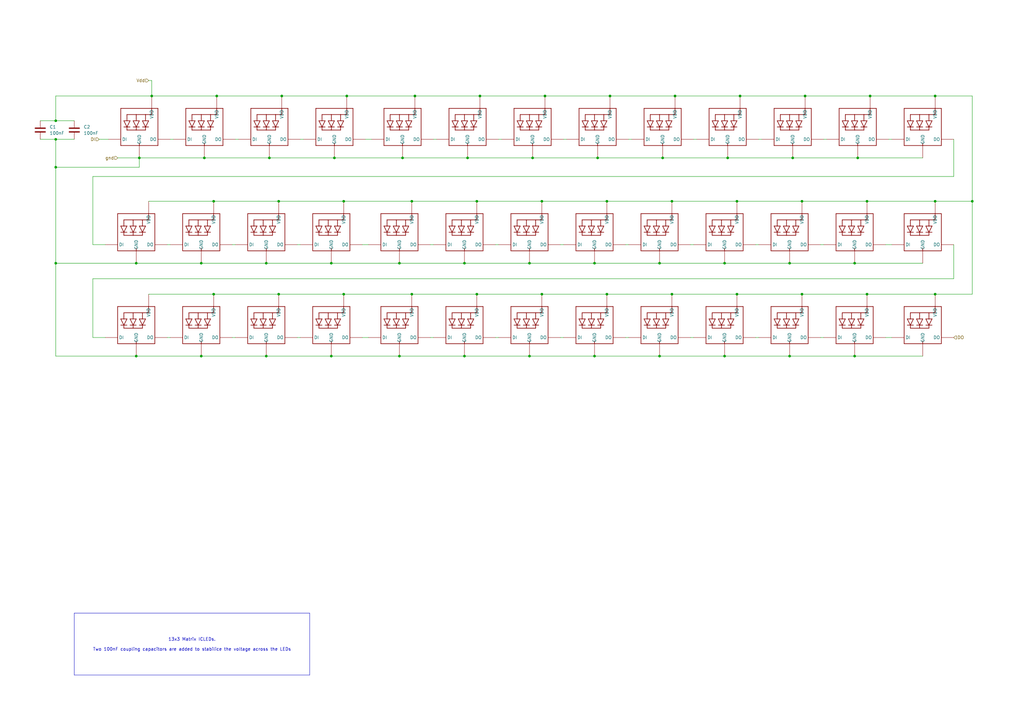
<source format=kicad_sch>
(kicad_sch (version 20231120) (generator "eeschema") (generator_version "8.0")
  (paper "A3")
  (title_block (title "ICLEDs String - 12x4") (date "2024-06-23") (rev "0.1") (company "Making Devices"))
  (lib_symbols
    (symbol "Device:C" (pin_numbers hide) (pin_names (offset 0.254))
      (property "Reference" "C" (at 0.635 2.54 0))
      (property "Value" "C" (at 0.635 -2.54 0))
      (symbol "C_0_1"
        (polyline (pts (xy -2.032 -0.762) (xy 2.032 -0.762)) (stroke (width 0.508)))
        (polyline (pts (xy -2.032 0.762) (xy 2.032 0.762)) (stroke (width 0.508)))
      )
      (symbol "C_1_1"
        (pin passive line (at 0 3.81 270) (length 2.794) (name "~") (number "1"))
        (pin passive line (at 0 -3.81 90) (length 2.794) (name "~") (number "2"))
      )
    )
    (symbol "ICLEDs:1312020030000"
      (symbol "1312020030000_1_0"
        (polyline (pts (xy -7.62 -5.08) (xy 0 -5.08)) (stroke (width 0.254)))
        (polyline (pts (xy -7.62 10.16) (xy -7.62 -5.08)) (stroke (width 0.254)))
        (polyline (pts (xy -6.35 2.54) (xy -5.08 2.54)) (stroke (width 0.254)))
        (polyline (pts (xy -6.35 5.08) (xy -5.08 5.08)) (stroke (width 0.254)))
        (polyline (pts (xy -5.08 2.54) (xy -6.35 5.08)) (stroke (width 0.254)))
        (polyline (pts (xy -5.08 2.54) (xy -5.08 1.27)) (stroke (width 0.254)))
        (polyline (pts (xy -5.08 2.54) (xy -3.81 5.08)) (stroke (width 0.254)))
        (polyline (pts (xy -5.08 5.08) (xy -3.81 5.08)) (stroke (width 0.254)))
        (polyline (pts (xy -5.08 7.62) (xy -5.08 5.08)) (stroke (width 0.254)))
        (polyline (pts (xy -3.81 2.54) (xy -5.08 2.54)) (stroke (width 0.254)))
        (polyline (pts (xy -2.54 2.54) (xy -1.27 2.54)) (stroke (width 0.254)))
        (polyline (pts (xy -2.54 5.08) (xy 0 5.08)) (stroke (width 0.254)))
        (polyline (pts (xy -1.27 1.27) (xy -5.08 1.27)) (stroke (width 0.254)))
        (polyline (pts (xy -1.27 2.54) (xy -2.54 5.08)) (stroke (width 0.254)))
        (polyline (pts (xy -1.27 2.54) (xy -1.27 1.27)) (stroke (width 0.254)))
        (polyline (pts (xy -1.27 2.54) (xy 0 2.54)) (stroke (width 0.254)))
        (polyline (pts (xy -1.27 5.08) (xy -1.27 7.62)) (stroke (width 0.254)))
        (polyline (pts (xy -1.27 7.62) (xy -5.08 7.62)) (stroke (width 0.254)))
        (polyline (pts (xy 0 -5.08) (xy 7.62 -5.08)) (stroke (width 0.254)))
        (polyline (pts (xy 0 -4.064) (xy 0 -5.08)) (stroke (width 0.254)))
        (polyline (pts (xy 0 5.08) (xy -1.27 2.54)) (stroke (width 0.254)))
        (polyline (pts (xy 1.27 5.08) (xy 2.54 2.54)) (stroke (width 0.254)))
        (polyline (pts (xy 1.27 5.08) (xy 2.54 5.08)) (stroke (width 0.254)))
        (polyline (pts (xy 2.54 1.27) (xy -1.27 1.27)) (stroke (width 0.254)))
        (polyline (pts (xy 2.54 2.54) (xy 1.27 2.54)) (stroke (width 0.254)))
        (polyline (pts (xy 2.54 2.54) (xy 2.54 1.27)) (stroke (width 0.254)))
        (polyline (pts (xy 2.54 2.54) (xy 3.81 2.54)) (stroke (width 0.254)))
        (polyline (pts (xy 2.54 2.54) (xy 3.81 5.08)) (stroke (width 0.254)))
        (polyline (pts (xy 2.54 5.08) (xy 2.54 7.62)) (stroke (width 0.254)))
        (polyline (pts (xy 2.54 7.62) (xy -1.27 7.62)) (stroke (width 0.254)))
        (polyline (pts (xy 2.54 7.62) (xy 5.08 7.62)) (stroke (width 0.254)))
        (polyline (pts (xy 3.81 5.08) (xy 2.54 5.08)) (stroke (width 0.254)))
        (polyline (pts (xy 5.08 10.16) (xy -7.62 10.16)) (stroke (width 0.254)))
        (polyline (pts (xy 5.08 10.16) (xy 5.08 7.62)) (stroke (width 0.254)))
        (polyline (pts (xy 7.62 -5.08) (xy 7.62 10.16)) (stroke (width 0.254)))
        (polyline (pts (xy 7.62 10.16) (xy 5.08 10.16)) (stroke (width 0.254)))
        (pin output line (at 12.7 -2.54 180) (length 5.08) (name "DO") (number "1-DOUT"))
        (pin power_in line (at 5.08 15.24 270) (length 5.08) (name "VDD") (number "2-VDD"))
        (pin input line (at -12.7 -2.54 0) (length 5.08) (name "DI") (number "3-DIN"))
        (pin power_in line (at 0 -10.16 90) (length 5.08) (name "GND") (number "4-GND"))
      )
    )
  )
  (junction (at 270.51 107.95))
  (junction (at 190.5 146.05))
  (junction (at 22.86 68.58))
  (junction (at 276.86 39.37))
  (junction (at 302.26 82.55))
  (junction (at 355.6 120.65))
  (junction (at 87.63 120.65))
  (junction (at 383.54 120.65))
  (junction (at 114.3 82.55))
  (junction (at 140.97 120.65))
  (junction (at 55.88 146.05))
  (junction (at 135.89 146.05))
  (junction (at 82.55 146.05))
  (junction (at 250.19 39.37))
  (junction (at 82.55 107.95))
  (junction (at 351.79 64.77))
  (junction (at 350.52 146.05))
  (junction (at 325.12 64.77))
  (junction (at 222.25 120.65))
  (junction (at 323.85 146.05))
  (junction (at 248.92 120.65))
  (junction (at 328.93 120.65))
  (junction (at 195.58 82.55))
  (junction (at 383.54 82.55))
  (junction (at 168.91 82.55))
  (junction (at 275.59 120.65))
  (junction (at 243.84 146.05))
  (junction (at 163.83 107.95))
  (junction (at 217.17 146.05))
  (junction (at 170.18 39.37))
  (junction (at 222.25 82.55))
  (junction (at 163.83 146.05))
  (junction (at 83.82 64.77))
  (junction (at 22.86 57.15))
  (junction (at 62.23 39.37))
  (junction (at 356.87 39.37))
  (junction (at 218.44 64.77))
  (junction (at 87.63 82.55))
  (junction (at 245.11 64.77))
  (junction (at 114.3 120.65))
  (junction (at 330.2 39.37))
  (junction (at 383.54 39.37))
  (junction (at 298.45 64.77))
  (junction (at 328.93 82.55))
  (junction (at 115.57 39.37))
  (junction (at 57.15 64.77))
  (junction (at 135.89 107.95))
  (junction (at 22.86 107.95))
  (junction (at 302.26 120.65))
  (junction (at 191.77 64.77))
  (junction (at 303.53 39.37))
  (junction (at 55.88 107.95))
  (junction (at 248.92 82.55))
  (junction (at 217.17 107.95))
  (junction (at 109.22 146.05))
  (junction (at 275.59 82.55))
  (junction (at 195.58 120.65))
  (junction (at 196.85 39.37))
  (junction (at 142.24 39.37))
  (junction (at 109.22 107.95))
  (junction (at 271.78 64.77))
  (junction (at 243.84 107.95))
  (junction (at 398.78 82.55))
  (junction (at 297.18 146.05))
  (junction (at 323.85 107.95))
  (junction (at 270.51 146.05))
  (junction (at 165.1 64.77))
  (junction (at 223.52 39.37))
  (junction (at 190.5 107.95))
  (junction (at 140.97 82.55))
  (junction (at 297.18 107.95))
  (junction (at 22.86 49.53))
  (junction (at 88.9 39.37))
  (junction (at 168.91 120.65))
  (junction (at 350.52 107.95))
  (junction (at 110.49 64.77))
  (junction (at 355.6 82.55))
  (junction (at 137.16 64.77))
  (wire (pts (xy 275.59 120.65) (xy 302.26 120.65)))
  (wire (pts (xy 229.87 138.43) (xy 231.14 138.43)))
  (wire (pts (xy 16.51 49.53) (xy 22.86 49.53)))
  (wire (pts (xy 62.23 39.37) (xy 88.9 39.37)))
  (wire (pts (xy 135.89 146.05) (xy 163.83 146.05)))
  (wire (pts (xy 398.78 120.65) (xy 383.54 120.65)))
  (wire (pts (xy 355.6 82.55) (xy 383.54 82.55)))
  (wire (pts (xy 350.52 146.05) (xy 378.46 146.05)))
  (wire (pts (xy 149.86 57.15) (xy 152.4 57.15)))
  (wire (pts (xy 22.86 39.37) (xy 62.23 39.37)))
  (wire (pts (xy 82.55 146.05) (xy 109.22 146.05)))
  (wire (pts (xy 55.88 107.95) (xy 82.55 107.95)))
  (wire (pts (xy 109.22 107.95) (xy 135.89 107.95)))
  (wire (pts (xy 168.91 120.65) (xy 195.58 120.65)))
  (wire (pts (xy 60.96 33.02) (xy 62.23 33.02)))
  (wire (pts (xy 191.77 64.77) (xy 218.44 64.77)))
  (wire (pts (xy 350.52 107.95) (xy 378.46 107.95)))
  (wire (pts (xy 87.63 120.65) (xy 114.3 120.65)))
  (wire (pts (xy 69.85 57.15) (xy 71.12 57.15)))
  (wire (pts (xy 297.18 107.95) (xy 323.85 107.95)))
  (wire (pts (xy 363.22 100.33) (xy 365.76 100.33)))
  (wire (pts (xy 356.87 39.37) (xy 383.54 39.37)))
  (wire (pts (xy 336.55 100.33) (xy 337.82 100.33)))
  (wire (pts (xy 203.2 100.33) (xy 204.47 100.33)))
  (wire (pts (xy 257.81 57.15) (xy 259.08 57.15)))
  (wire (pts (xy 195.58 120.65) (xy 222.25 120.65)))
  (wire (pts (xy 248.92 82.55) (xy 275.59 82.55)))
  (wire (pts (xy 22.86 107.95) (xy 22.86 68.58)))
  (wire (pts (xy 270.51 146.05) (xy 297.18 146.05)))
  (wire (pts (xy 231.14 57.15) (xy 232.41 57.15)))
  (wire (pts (xy 22.86 49.53) (xy 22.86 39.37)))
  (wire (pts (xy 351.79 64.77) (xy 378.46 64.77)))
  (wire (pts (xy 95.25 138.43) (xy 96.52 138.43)))
  (wire (pts (xy 170.18 39.37) (xy 196.85 39.37)))
  (wire (pts (xy 140.97 120.65) (xy 168.91 120.65)))
  (wire (pts (xy 364.49 57.15) (xy 365.76 57.15)))
  (wire (pts (xy 328.93 120.65) (xy 355.6 120.65)))
  (wire (pts (xy 330.2 39.37) (xy 356.87 39.37)))
  (wire (pts (xy 311.15 57.15) (xy 312.42 57.15)))
  (wire (pts (xy 38.1 114.3) (xy 38.1 138.43)))
  (wire (pts (xy 328.93 82.55) (xy 355.6 82.55)))
  (wire (pts (xy 22.86 146.05) (xy 22.86 107.95)))
  (wire (pts (xy 55.88 107.95) (xy 22.86 107.95)))
  (wire (pts (xy 114.3 120.65) (xy 140.97 120.65)))
  (wire (pts (xy 165.1 64.77) (xy 191.77 64.77)))
  (wire (pts (xy 176.53 100.33) (xy 177.8 100.33)))
  (wire (pts (xy 38.1 114.3) (xy 391.16 114.3)))
  (wire (pts (xy 217.17 107.95) (xy 243.84 107.95)))
  (wire (pts (xy 38.1 138.43) (xy 43.18 138.43)))
  (wire (pts (xy 163.83 107.95) (xy 190.5 107.95)))
  (wire (pts (xy 323.85 107.95) (xy 350.52 107.95)))
  (wire (pts (xy 271.78 64.77) (xy 298.45 64.77)))
  (wire (pts (xy 83.82 64.77) (xy 110.49 64.77)))
  (wire (pts (xy 398.78 82.55) (xy 383.54 82.55)))
  (wire (pts (xy 121.92 138.43) (xy 123.19 138.43)))
  (wire (pts (xy 38.1 72.39) (xy 391.16 72.39)))
  (wire (pts (xy 96.52 57.15) (xy 97.79 57.15)))
  (wire (pts (xy 137.16 64.77) (xy 165.1 64.77)))
  (wire (pts (xy 22.86 49.53) (xy 30.48 49.53)))
  (wire (pts (xy 190.5 107.95) (xy 217.17 107.95)))
  (polyline (pts (xy 127 276.86) (xy 30.48 276.86)))
  (wire (pts (xy 68.58 100.33) (xy 69.85 100.33)))
  (wire (pts (xy 60.96 82.55) (xy 87.63 82.55)))
  (wire (pts (xy 121.92 100.33) (xy 123.19 100.33)))
  (polyline (pts (xy 30.48 251.46) (xy 127 251.46)))
  (polyline (pts (xy 30.48 251.46) (xy 30.48 276.86)))
  (wire (pts (xy 110.49 64.77) (xy 137.16 64.77)))
  (wire (pts (xy 203.2 138.43) (xy 204.47 138.43)))
  (wire (pts (xy 87.63 82.55) (xy 114.3 82.55)))
  (wire (pts (xy 176.53 138.43) (xy 177.8 138.43)))
  (wire (pts (xy 222.25 82.55) (xy 248.92 82.55)))
  (wire (pts (xy 355.6 120.65) (xy 383.54 120.65)))
  (wire (pts (xy 303.53 39.37) (xy 330.2 39.37)))
  (wire (pts (xy 229.87 100.33) (xy 231.14 100.33)))
  (wire (pts (xy 284.48 57.15) (xy 285.75 57.15)))
  (wire (pts (xy 57.15 68.58) (xy 57.15 64.77)))
  (wire (pts (xy 245.11 64.77) (xy 271.78 64.77)))
  (wire (pts (xy 256.54 100.33) (xy 257.81 100.33)))
  (wire (pts (xy 243.84 107.95) (xy 270.51 107.95)))
  (wire (pts (xy 62.23 33.02) (xy 62.23 39.37)))
  (wire (pts (xy 22.86 68.58) (xy 57.15 68.58)))
  (wire (pts (xy 55.88 146.05) (xy 82.55 146.05)))
  (wire (pts (xy 196.85 39.37) (xy 223.52 39.37)))
  (wire (pts (xy 218.44 64.77) (xy 245.11 64.77)))
  (wire (pts (xy 323.85 146.05) (xy 350.52 146.05)))
  (wire (pts (xy 250.19 39.37) (xy 276.86 39.37)))
  (wire (pts (xy 283.21 100.33) (xy 284.48 100.33)))
  (wire (pts (xy 148.59 100.33) (xy 151.13 100.33)))
  (wire (pts (xy 38.1 100.33) (xy 43.18 100.33)))
  (wire (pts (xy 309.88 100.33) (xy 311.15 100.33)))
  (wire (pts (xy 38.1 72.39) (xy 38.1 100.33)))
  (wire (pts (xy 336.55 138.43) (xy 337.82 138.43)))
  (wire (pts (xy 114.3 82.55) (xy 140.97 82.55)))
  (wire (pts (xy 309.88 138.43) (xy 311.15 138.43)))
  (wire (pts (xy 48.26 64.77) (xy 57.15 64.77)))
  (wire (pts (xy 248.92 120.65) (xy 275.59 120.65)))
  (wire (pts (xy 195.58 82.55) (xy 222.25 82.55)))
  (wire (pts (xy 337.82 57.15) (xy 339.09 57.15)))
  (wire (pts (xy 391.16 114.3) (xy 391.16 100.33)))
  (wire (pts (xy 270.51 107.95) (xy 297.18 107.95)))
  (wire (pts (xy 82.55 107.95) (xy 109.22 107.95)))
  (wire (pts (xy 88.9 39.37) (xy 115.57 39.37)))
  (wire (pts (xy 298.45 64.77) (xy 325.12 64.77)))
  (wire (pts (xy 223.52 39.37) (xy 250.19 39.37)))
  (wire (pts (xy 302.26 120.65) (xy 328.93 120.65)))
  (polyline (pts (xy 127 251.46) (xy 127 276.86)))
  (wire (pts (xy 140.97 82.55) (xy 168.91 82.55)))
  (wire (pts (xy 109.22 146.05) (xy 135.89 146.05)))
  (wire (pts (xy 16.51 57.15) (xy 22.86 57.15)))
  (wire (pts (xy 163.83 146.05) (xy 190.5 146.05)))
  (wire (pts (xy 148.59 138.43) (xy 151.13 138.43)))
  (wire (pts (xy 40.64 57.15) (xy 44.45 57.15)))
  (wire (pts (xy 391.16 57.15) (xy 391.16 72.39)))
  (wire (pts (xy 142.24 39.37) (xy 170.18 39.37)))
  (wire (pts (xy 68.58 138.43) (xy 69.85 138.43)))
  (wire (pts (xy 363.22 138.43) (xy 365.76 138.43)))
  (wire (pts (xy 398.78 82.55) (xy 398.78 120.65)))
  (wire (pts (xy 256.54 138.43) (xy 257.81 138.43)))
  (wire (pts (xy 222.25 120.65) (xy 248.92 120.65)))
  (wire (pts (xy 217.17 146.05) (xy 243.84 146.05)))
  (wire (pts (xy 283.21 138.43) (xy 284.48 138.43)))
  (wire (pts (xy 204.47 57.15) (xy 205.74 57.15)))
  (wire (pts (xy 22.86 57.15) (xy 22.86 68.58)))
  (wire (pts (xy 57.15 64.77) (xy 83.82 64.77)))
  (wire (pts (xy 276.86 39.37) (xy 303.53 39.37)))
  (wire (pts (xy 60.96 120.65) (xy 87.63 120.65)))
  (wire (pts (xy 383.54 39.37) (xy 398.78 39.37)))
  (wire (pts (xy 95.25 100.33) (xy 96.52 100.33)))
  (wire (pts (xy 297.18 146.05) (xy 323.85 146.05)))
  (wire (pts (xy 177.8 57.15) (xy 179.07 57.15)))
  (wire (pts (xy 135.89 107.95) (xy 163.83 107.95)))
  (wire (pts (xy 190.5 146.05) (xy 217.17 146.05)))
  (wire (pts (xy 168.91 82.55) (xy 195.58 82.55)))
  (wire (pts (xy 55.88 146.05) (xy 22.86 146.05)))
  (wire (pts (xy 123.19 57.15) (xy 124.46 57.15)))
  (wire (pts (xy 275.59 82.55) (xy 302.26 82.55)))
  (wire (pts (xy 398.78 39.37) (xy 398.78 82.55)))
  (wire (pts (xy 325.12 64.77) (xy 351.79 64.77)))
  (wire (pts (xy 302.26 82.55) (xy 328.93 82.55)))
  (wire (pts (xy 22.86 57.15) (xy 30.48 57.15)))
  (wire (pts (xy 115.57 39.37) (xy 142.24 39.37)))
  (wire (pts (xy 243.84 146.05) (xy 270.51 146.05)))
  (text "13x3 Matrix ICLEDs.\n\nTwo 100nF coupling capacitors are added to stabilice the voltage across the LEDs" (at 78.74 264.414 0) (effects (font (size 1.27 1.27))))
  (hierarchical_label "Vdd" (shape input) (at 60.96 33.02 180))
  (hierarchical_label "DI" (shape input) (at 40.64 57.15 180))
  (hierarchical_label "gnd" (shape input) (at 48.26 64.77 180))
  (hierarchical_label "DO" (shape input) (at 391.16 138.43 0))
  (symbol (lib_id "ICLEDs:1312020030000") (at 218.44 54.61 0) (unit 1)
    (property "Reference" "ICled21" (effects (hide yes)))
    (property "Footprint" "ICLEDs:1312020030000" (effects (hide yes)))
    (instances (project "PixelDisplay" (path "" (reference "ICled21") (unit 1)) (path "" (reference "ICled60") (unit 1)) (path "" (reference "ICled99") (unit 1)) (path "" (reference "ICled138") (unit 1)) (path "" (reference "ICled177") (unit 1)) (path "" (reference "ICled216") (unit 1))))
  )
  (symbol (lib_id "ICLEDs:1312020030000") (at 190.5 97.79 0) (unit 1)
    (property "Reference" "ICled16" (effects (hide yes)))
    (property "Footprint" "ICLEDs:1312020030000" (effects (hide yes)))
    (instances (project "PixelDisplay" (path "" (reference "ICled16") (unit 1)) (path "" (reference "ICled55") (unit 1)) (path "" (reference "ICled94") (unit 1)) (path "" (reference "ICled133") (unit 1)) (path "" (reference "ICled172") (unit 1)) (path "" (reference "ICled211") (unit 1))))
  )
  (symbol (lib_id "ICLEDs:1312020030000") (at 350.52 135.89 0) (unit 1)
    (property "Reference" "ICled35" (effects (hide yes)))
    (property "Footprint" "ICLEDs:1312020030000" (effects (hide yes)))
    (instances (project "PixelDisplay" (path "" (reference "ICled35") (unit 1)) (path "" (reference "ICled74") (unit 1)) (path "" (reference "ICled113") (unit 1)) (path "" (reference "ICled152") (unit 1)) (path "" (reference "ICled191") (unit 1)) (path "" (reference "ICled230") (unit 1))))
  )
  (symbol (lib_id "ICLEDs:1312020030000") (at 350.52 97.79 0) (unit 1)
    (property "Reference" "ICled34" (effects (hide yes)))
    (property "Footprint" "ICLEDs:1312020030000" (effects (hide yes)))
    (instances (project "PixelDisplay" (path "" (reference "ICled34") (unit 1)) (path "" (reference "ICled73") (unit 1)) (path "" (reference "ICled112") (unit 1)) (path "" (reference "ICled151") (unit 1)) (path "" (reference "ICled190") (unit 1)) (path "" (reference "ICled229") (unit 1))))
  )
  (symbol (lib_id "ICLEDs:1312020030000") (at 351.79 54.61 0) (unit 1)
    (property "Reference" "ICled36" (effects (hide yes)))
    (property "Footprint" "ICLEDs:1312020030000" (effects (hide yes)))
    (instances (project "PixelDisplay" (path "" (reference "ICled36") (unit 1)) (path "" (reference "ICled75") (unit 1)) (path "" (reference "ICled114") (unit 1)) (path "" (reference "ICled153") (unit 1)) (path "" (reference "ICled192") (unit 1)) (path "" (reference "ICled231") (unit 1))))
  )
  (symbol (lib_id "ICLEDs:1312020030000") (at 165.1 54.61 0) (unit 1)
    (property "Reference" "ICled15" (effects (hide yes)))
    (property "Footprint" "ICLEDs:1312020030000" (effects (hide yes)))
    (instances (project "PixelDisplay" (path "" (reference "ICled15") (unit 1)) (path "" (reference "ICled54") (unit 1)) (path "" (reference "ICled93") (unit 1)) (path "" (reference "ICled132") (unit 1)) (path "" (reference "ICled171") (unit 1)) (path "" (reference "ICled210") (unit 1))))
  )
  (symbol (lib_id "ICLEDs:1312020030000") (at 297.18 135.89 0) (unit 1)
    (property "Reference" "ICled29" (effects (hide yes)))
    (property "Footprint" "ICLEDs:1312020030000" (effects (hide yes)))
    (instances (project "PixelDisplay" (path "" (reference "ICled29") (unit 1)) (path "" (reference "ICled68") (unit 1)) (path "" (reference "ICled107") (unit 1)) (path "" (reference "ICled146") (unit 1)) (path "" (reference "ICled185") (unit 1)) (path "" (reference "ICled224") (unit 1))))
  )
  (symbol (lib_id "ICLEDs:1312020030000") (at 298.45 54.61 0) (unit 1)
    (property "Reference" "ICled30" (effects (hide yes)))
    (property "Footprint" "ICLEDs:1312020030000" (effects (hide yes)))
    (instances (project "PixelDisplay" (path "" (reference "ICled30") (unit 1)) (path "" (reference "ICled69") (unit 1)) (path "" (reference "ICled108") (unit 1)) (path "" (reference "ICled147") (unit 1)) (path "" (reference "ICled186") (unit 1)) (path "" (reference "ICled225") (unit 1))))
  )
  (symbol (lib_id "ICLEDs:1312020030000") (at 270.51 97.79 0) (unit 1)
    (property "Reference" "ICled25" (effects (hide yes)))
    (property "Footprint" "ICLEDs:1312020030000" (effects (hide yes)))
    (instances (project "PixelDisplay" (path "" (reference "ICled25") (unit 1)) (path "" (reference "ICled64") (unit 1)) (path "" (reference "ICled103") (unit 1)) (path "" (reference "ICled142") (unit 1)) (path "" (reference "ICled181") (unit 1)) (path "" (reference "ICled220") (unit 1))))
  )
  (symbol (lib_id "ICLEDs:1312020030000") (at 217.17 135.89 0) (unit 1)
    (property "Reference" "ICled20" (effects (hide yes)))
    (property "Footprint" "ICLEDs:1312020030000" (effects (hide yes)))
    (instances (project "PixelDisplay" (path "" (reference "ICled20") (unit 1)) (path "" (reference "ICled59") (unit 1)) (path "" (reference "ICled98") (unit 1)) (path "" (reference "ICled137") (unit 1)) (path "" (reference "ICled176") (unit 1)) (path "" (reference "ICled215") (unit 1))))
  )
  (symbol (lib_id "ICLEDs:1312020030000") (at 297.18 97.79 0) (unit 1)
    (property "Reference" "ICled28" (effects (hide yes)))
    (property "Footprint" "ICLEDs:1312020030000" (effects (hide yes)))
    (instances (project "PixelDisplay" (path "" (reference "ICled28") (unit 1)) (path "" (reference "ICled67") (unit 1)) (path "" (reference "ICled106") (unit 1)) (path "" (reference "ICled145") (unit 1)) (path "" (reference "ICled184") (unit 1)) (path "" (reference "ICled223") (unit 1))))
  )
  (symbol (lib_id "ICLEDs:1312020030000") (at 82.55 97.79 0) (unit 1)
    (property "Reference" "ICled4" (effects (hide yes)))
    (property "Footprint" "ICLEDs:1312020030000" (effects (hide yes)))
    (instances (project "PixelDisplay" (path "" (reference "ICled4") (unit 1)) (path "" (reference "ICled43") (unit 1)) (path "" (reference "ICled82") (unit 1)) (path "" (reference "ICled121") (unit 1)) (path "" (reference "ICled160") (unit 1)) (path "" (reference "ICled199") (unit 1))))
  )
  (symbol (lib_id "ICLEDs:1312020030000") (at 190.5 135.89 0) (unit 1)
    (property "Reference" "ICled17" (effects (hide yes)))
    (property "Footprint" "ICLEDs:1312020030000" (effects (hide yes)))
    (instances (project "PixelDisplay" (path "" (reference "ICled17") (unit 1)) (path "" (reference "ICled56") (unit 1)) (path "" (reference "ICled95") (unit 1)) (path "" (reference "ICled134") (unit 1)) (path "" (reference "ICled173") (unit 1)) (path "" (reference "ICled212") (unit 1))))
  )
  (symbol (lib_id "ICLEDs:1312020030000") (at 270.51 135.89 0) (unit 1)
    (property "Reference" "ICled26" (effects (hide yes)))
    (property "Footprint" "ICLEDs:1312020030000" (effects (hide yes)))
    (instances (project "PixelDisplay" (path "" (reference "ICled26") (unit 1)) (path "" (reference "ICled65") (unit 1)) (path "" (reference "ICled104") (unit 1)) (path "" (reference "ICled143") (unit 1)) (path "" (reference "ICled182") (unit 1)) (path "" (reference "ICled221") (unit 1))))
  )
  (symbol (lib_id "ICLEDs:1312020030000") (at 137.16 54.61 0) (unit 1)
    (property "Reference" "ICled12" (effects (hide yes)))
    (property "Footprint" "ICLEDs:1312020030000" (effects (hide yes)))
    (instances (project "PixelDisplay" (path "" (reference "ICled12") (unit 1)) (path "" (reference "ICled51") (unit 1)) (path "" (reference "ICled90") (unit 1)) (path "" (reference "ICled129") (unit 1)) (path "" (reference "ICled168") (unit 1)) (path "" (reference "ICled207") (unit 1))))
  )
  (symbol (lib_id "ICLEDs:1312020030000") (at 378.46 135.89 0) (unit 1)
    (property "Reference" "ICled39" (effects (hide yes)))
    (property "Footprint" "ICLEDs:1312020030000" (effects (hide yes)))
    (instances (project "PixelDisplay" (path "" (reference "ICled39") (unit 1)) (path "" (reference "ICled78") (unit 1)) (path "" (reference "ICled117") (unit 1)) (path "" (reference "ICled156") (unit 1)) (path "" (reference "ICled195") (unit 1)) (path "" (reference "ICled234") (unit 1))))
  )
  (symbol (lib_id "Device:C") (at 16.51 53.34 0) (unit 1)
    (property "Reference" "C1" (at 20.32 52.0699 0) (effects (justify left)))
    (property "Value" "100nF" (at 20.32 54.6099 0) (effects (justify left)))
    (property "Footprint" "Capacitor_SMD:C_0805_2012Metric" (effects (hide yes)))
    (property "Description" "Unpolarized capacitor" (effects (hide yes)))
    (instances (project "PixelDisplay" (path "" (reference "C1") (unit 1)) (path "" (reference "C3") (unit 1)) (path "" (reference "C5") (unit 1)) (path "" (reference "C7") (unit 1)) (path "" (reference "C9") (unit 1)) (path "" (reference "C11") (unit 1))))
  )
  (symbol (lib_id "ICLEDs:1312020030000") (at 191.77 54.61 0) (unit 1)
    (property "Reference" "ICled18" (effects (hide yes)))
    (property "Footprint" "ICLEDs:1312020030000" (effects (hide yes)))
    (instances (project "PixelDisplay" (path "" (reference "ICled18") (unit 1)) (path "" (reference "ICled57") (unit 1)) (path "" (reference "ICled96") (unit 1)) (path "" (reference "ICled135") (unit 1)) (path "" (reference "ICled174") (unit 1)) (path "" (reference "ICled213") (unit 1))))
  )
  (symbol (lib_id "ICLEDs:1312020030000") (at 245.11 54.61 0) (unit 1)
    (property "Reference" "ICled24" (effects (hide yes)))
    (property "Footprint" "ICLEDs:1312020030000" (effects (hide yes)))
    (instances (project "PixelDisplay" (path "" (reference "ICled24") (unit 1)) (path "" (reference "ICled63") (unit 1)) (path "" (reference "ICled102") (unit 1)) (path "" (reference "ICled141") (unit 1)) (path "" (reference "ICled180") (unit 1)) (path "" (reference "ICled219") (unit 1))))
  )
  (symbol (lib_id "ICLEDs:1312020030000") (at 55.88 135.89 0) (unit 1)
    (property "Reference" "ICled2" (effects (hide yes)))
    (property "Footprint" "ICLEDs:1312020030000" (effects (hide yes)))
    (instances (project "PixelDisplay" (path "" (reference "ICled2") (unit 1)) (path "" (reference "ICled41") (unit 1)) (path "" (reference "ICled80") (unit 1)) (path "" (reference "ICled119") (unit 1)) (path "" (reference "ICled158") (unit 1)) (path "" (reference "ICled197") (unit 1))))
  )
  (symbol (lib_id "ICLEDs:1312020030000") (at 163.83 97.79 0) (unit 1)
    (property "Reference" "ICled13" (effects (hide yes)))
    (property "Footprint" "ICLEDs:1312020030000" (effects (hide yes)))
    (instances (project "PixelDisplay" (path "" (reference "ICled13") (unit 1)) (path "" (reference "ICled52") (unit 1)) (path "" (reference "ICled91") (unit 1)) (path "" (reference "ICled130") (unit 1)) (path "" (reference "ICled169") (unit 1)) (path "" (reference "ICled208") (unit 1))))
  )
  (symbol (lib_id "ICLEDs:1312020030000") (at 110.49 54.61 0) (unit 1)
    (property "Reference" "ICled9" (effects (hide yes)))
    (property "Footprint" "ICLEDs:1312020030000" (effects (hide yes)))
    (instances (project "PixelDisplay" (path "" (reference "ICled9") (unit 1)) (path "" (reference "ICled48") (unit 1)) (path "" (reference "ICled87") (unit 1)) (path "" (reference "ICled126") (unit 1)) (path "" (reference "ICled165") (unit 1)) (path "" (reference "ICled204") (unit 1))))
  )
  (symbol (lib_id "ICLEDs:1312020030000") (at 243.84 97.79 0) (unit 1)
    (property "Reference" "ICled22" (effects (hide yes)))
    (property "Footprint" "ICLEDs:1312020030000" (effects (hide yes)))
    (instances (project "PixelDisplay" (path "" (reference "ICled22") (unit 1)) (path "" (reference "ICled61") (unit 1)) (path "" (reference "ICled100") (unit 1)) (path "" (reference "ICled139") (unit 1)) (path "" (reference "ICled178") (unit 1)) (path "" (reference "ICled217") (unit 1))))
  )
  (symbol (lib_id "ICLEDs:1312020030000") (at 57.15 54.61 0) (unit 1)
    (property "Reference" "ICled3" (effects (hide yes)))
    (property "Footprint" "ICLEDs:1312020030000" (effects (hide yes)))
    (instances (project "PixelDisplay" (path "" (reference "ICled3") (unit 1)) (path "" (reference "ICled42") (unit 1)) (path "" (reference "ICled81") (unit 1)) (path "" (reference "ICled120") (unit 1)) (path "" (reference "ICled159") (unit 1)) (path "" (reference "ICled198") (unit 1))))
  )
  (symbol (lib_id "ICLEDs:1312020030000") (at 55.88 97.79 0) (unit 1)
    (property "Reference" "ICled1" (effects (hide yes)))
    (property "Footprint" "ICLEDs:1312020030000" (effects (hide yes)))
    (instances (project "PixelDisplay" (path "" (reference "ICled1") (unit 1)) (path "" (reference "ICled40") (unit 1)) (path "" (reference "ICled79") (unit 1)) (path "" (reference "ICled118") (unit 1)) (path "" (reference "ICled157") (unit 1)) (path "" (reference "ICled196") (unit 1))))
  )
  (symbol (lib_id "ICLEDs:1312020030000") (at 323.85 97.79 0) (unit 1)
    (property "Reference" "ICled31" (effects (hide yes)))
    (property "Footprint" "ICLEDs:1312020030000" (effects (hide yes)))
    (instances (project "PixelDisplay" (path "" (reference "ICled31") (unit 1)) (path "" (reference "ICled70") (unit 1)) (path "" (reference "ICled109") (unit 1)) (path "" (reference "ICled148") (unit 1)) (path "" (reference "ICled187") (unit 1)) (path "" (reference "ICled226") (unit 1))))
  )
  (symbol (lib_id "ICLEDs:1312020030000") (at 109.22 97.79 0) (unit 1)
    (property "Reference" "ICled7" (effects (hide yes)))
    (property "Footprint" "ICLEDs:1312020030000" (effects (hide yes)))
    (instances (project "PixelDisplay" (path "" (reference "ICled7") (unit 1)) (path "" (reference "ICled46") (unit 1)) (path "" (reference "ICled85") (unit 1)) (path "" (reference "ICled124") (unit 1)) (path "" (reference "ICled163") (unit 1)) (path "" (reference "ICled202") (unit 1))))
  )
  (symbol (lib_id "ICLEDs:1312020030000") (at 83.82 54.61 0) (unit 1)
    (property "Reference" "ICled6" (effects (hide yes)))
    (property "Footprint" "ICLEDs:1312020030000" (effects (hide yes)))
    (instances (project "PixelDisplay" (path "" (reference "ICled6") (unit 1)) (path "" (reference "ICled45") (unit 1)) (path "" (reference "ICled84") (unit 1)) (path "" (reference "ICled123") (unit 1)) (path "" (reference "ICled162") (unit 1)) (path "" (reference "ICled201") (unit 1))))
  )
  (symbol (lib_id "Device:C") (at 30.48 53.34 0) (unit 1)
    (property "Reference" "C2" (at 34.29 52.0699 0) (effects (justify left)))
    (property "Value" "100nF" (at 34.29 54.6099 0) (effects (justify left)))
    (property "Footprint" "Capacitor_SMD:C_0805_2012Metric" (effects (hide yes)))
    (property "Description" "Unpolarized capacitor" (effects (hide yes)))
    (instances (project "PixelDisplay" (path "" (reference "C2") (unit 1)) (path "" (reference "C4") (unit 1)) (path "" (reference "C6") (unit 1)) (path "" (reference "C8") (unit 1)) (path "" (reference "C10") (unit 1)) (path "" (reference "C12") (unit 1))))
  )
  (symbol (lib_id "ICLEDs:1312020030000") (at 271.78 54.61 0) (unit 1)
    (property "Reference" "ICled27" (effects (hide yes)))
    (property "Footprint" "ICLEDs:1312020030000" (effects (hide yes)))
    (instances (project "PixelDisplay" (path "" (reference "ICled27") (unit 1)) (path "" (reference "ICled66") (unit 1)) (path "" (reference "ICled105") (unit 1)) (path "" (reference "ICled144") (unit 1)) (path "" (reference "ICled183") (unit 1)) (path "" (reference "ICled222") (unit 1))))
  )
  (symbol (lib_id "ICLEDs:1312020030000") (at 82.55 135.89 0) (unit 1)
    (property "Reference" "ICled5" (effects (hide yes)))
    (property "Footprint" "ICLEDs:1312020030000" (effects (hide yes)))
    (instances (project "PixelDisplay" (path "" (reference "ICled5") (unit 1)) (path "" (reference "ICled44") (unit 1)) (path "" (reference "ICled83") (unit 1)) (path "" (reference "ICled122") (unit 1)) (path "" (reference "ICled161") (unit 1)) (path "" (reference "ICled200") (unit 1))))
  )
  (symbol (lib_id "ICLEDs:1312020030000") (at 163.83 135.89 0) (unit 1)
    (property "Reference" "ICled14" (effects (hide yes)))
    (property "Footprint" "ICLEDs:1312020030000" (effects (hide yes)))
    (instances (project "PixelDisplay" (path "" (reference "ICled14") (unit 1)) (path "" (reference "ICled53") (unit 1)) (path "" (reference "ICled92") (unit 1)) (path "" (reference "ICled131") (unit 1)) (path "" (reference "ICled170") (unit 1)) (path "" (reference "ICled209") (unit 1))))
  )
  (symbol (lib_id "ICLEDs:1312020030000") (at 325.12 54.61 0) (unit 1)
    (property "Reference" "ICled33" (effects (hide yes)))
    (property "Footprint" "ICLEDs:1312020030000" (effects (hide yes)))
    (instances (project "PixelDisplay" (path "" (reference "ICled33") (unit 1)) (path "" (reference "ICled72") (unit 1)) (path "" (reference "ICled111") (unit 1)) (path "" (reference "ICled150") (unit 1)) (path "" (reference "ICled189") (unit 1)) (path "" (reference "ICled228") (unit 1))))
  )
  (symbol (lib_id "ICLEDs:1312020030000") (at 323.85 135.89 0) (unit 1)
    (property "Reference" "ICled32" (effects (hide yes)))
    (property "Footprint" "ICLEDs:1312020030000" (effects (hide yes)))
    (instances (project "PixelDisplay" (path "" (reference "ICled32") (unit 1)) (path "" (reference "ICled71") (unit 1)) (path "" (reference "ICled110") (unit 1)) (path "" (reference "ICled149") (unit 1)) (path "" (reference "ICled188") (unit 1)) (path "" (reference "ICled227") (unit 1))))
  )
  (symbol (lib_id "ICLEDs:1312020030000") (at 135.89 97.79 0) (unit 1)
    (property "Reference" "ICled10" (effects (hide yes)))
    (property "Footprint" "ICLEDs:1312020030000" (effects (hide yes)))
    (instances (project "PixelDisplay" (path "" (reference "ICled10") (unit 1)) (path "" (reference "ICled49") (unit 1)) (path "" (reference "ICled88") (unit 1)) (path "" (reference "ICled127") (unit 1)) (path "" (reference "ICled166") (unit 1)) (path "" (reference "ICled205") (unit 1))))
  )
  (symbol (lib_id "ICLEDs:1312020030000") (at 217.17 97.79 0) (unit 1)
    (property "Reference" "ICled19" (effects (hide yes)))
    (property "Footprint" "ICLEDs:1312020030000" (effects (hide yes)))
    (instances (project "PixelDisplay" (path "" (reference "ICled19") (unit 1)) (path "" (reference "ICled58") (unit 1)) (path "" (reference "ICled97") (unit 1)) (path "" (reference "ICled136") (unit 1)) (path "" (reference "ICled175") (unit 1)) (path "" (reference "ICled214") (unit 1))))
  )
  (symbol (lib_id "ICLEDs:1312020030000") (at 378.46 54.61 0) (unit 1)
    (property "Reference" "ICled37" (effects (hide yes)))
    (property "Footprint" "ICLEDs:1312020030000" (effects (hide yes)))
    (instances (project "PixelDisplay" (path "" (reference "ICled37") (unit 1)) (path "" (reference "ICled76") (unit 1)) (path "" (reference "ICled115") (unit 1)) (path "" (reference "ICled154") (unit 1)) (path "" (reference "ICled193") (unit 1)) (path "" (reference "ICled232") (unit 1))))
  )
  (symbol (lib_id "ICLEDs:1312020030000") (at 135.89 135.89 0) (unit 1)
    (property "Reference" "ICled11" (effects (hide yes)))
    (property "Footprint" "ICLEDs:1312020030000" (effects (hide yes)))
    (instances (project "PixelDisplay" (path "" (reference "ICled11") (unit 1)) (path "" (reference "ICled50") (unit 1)) (path "" (reference "ICled89") (unit 1)) (path "" (reference "ICled128") (unit 1)) (path "" (reference "ICled167") (unit 1)) (path "" (reference "ICled206") (unit 1))))
  )
  (symbol (lib_id "ICLEDs:1312020030000") (at 109.22 135.89 0) (unit 1)
    (property "Reference" "ICled8" (effects (hide yes)))
    (property "Footprint" "ICLEDs:1312020030000" (effects (hide yes)))
    (instances (project "PixelDisplay" (path "" (reference "ICled8") (unit 1)) (path "" (reference "ICled47") (unit 1)) (path "" (reference "ICled86") (unit 1)) (path "" (reference "ICled125") (unit 1)) (path "" (reference "ICled164") (unit 1)) (path "" (reference "ICled203") (unit 1))))
  )
  (symbol (lib_id "ICLEDs:1312020030000") (at 378.46 97.79 0) (unit 1)
    (property "Reference" "ICled38" (effects (hide yes)))
    (property "Footprint" "ICLEDs:1312020030000" (effects (hide yes)))
    (instances (project "PixelDisplay" (path "" (reference "ICled38") (unit 1)) (path "" (reference "ICled77") (unit 1)) (path "" (reference "ICled116") (unit 1)) (path "" (reference "ICled155") (unit 1)) (path "" (reference "ICled194") (unit 1)) (path "" (reference "ICled233") (unit 1))))
  )
  (symbol (lib_id "ICLEDs:1312020030000") (at 243.84 135.89 0) (unit 1)
    (property "Reference" "ICled23" (effects (hide yes)))
    (property "Footprint" "ICLEDs:1312020030000" (effects (hide yes)))
    (instances (project "PixelDisplay" (path "" (reference "ICled23") (unit 1)) (path "" (reference "ICled62") (unit 1)) (path "" (reference "ICled101") (unit 1)) (path "" (reference "ICled140") (unit 1)) (path "" (reference "ICled179") (unit 1)) (path "" (reference "ICled218") (unit 1))))
  )
)
</source>
